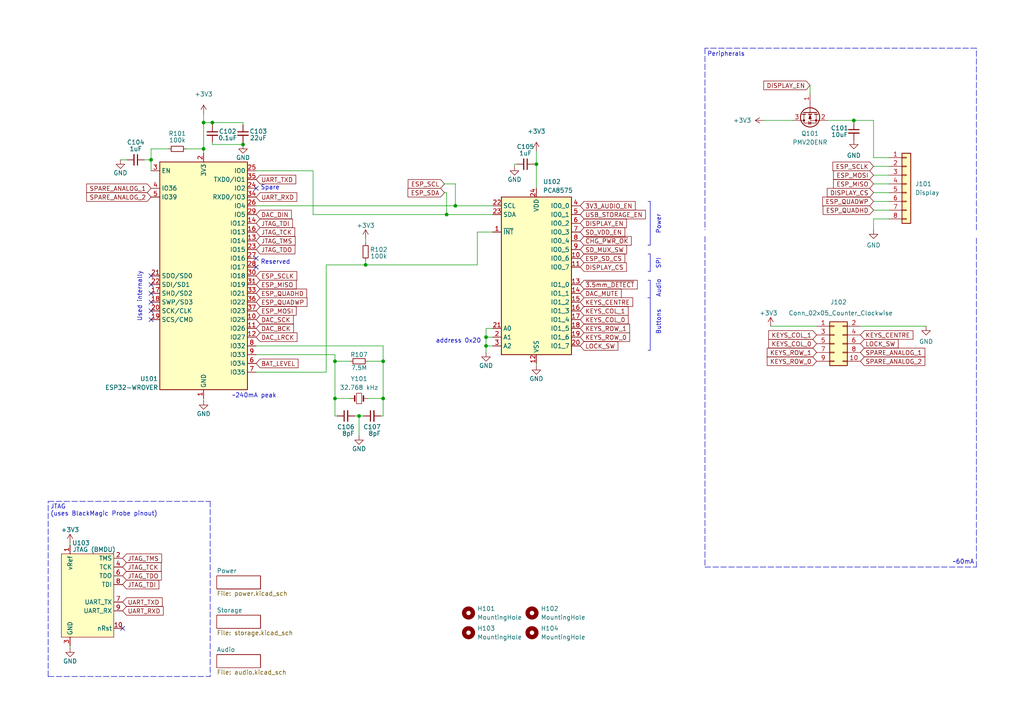
<source format=kicad_sch>
(kicad_sch (version 20211123) (generator eeschema)
  (paper "A4")
  (title_block (date "2022-09-04") (rev "1"))
  (lib_symbols
    (symbol "Connector_Generic:Conn_01x08" (pin_names (offset 1.016) hide)
      (property "Reference" "J" (at 0 10.16 0))
      (property "Value" "Conn_01x08" (at 0 -12.7 0))
      (symbol "Conn_01x08_1_1"
        (rectangle (start -1.27 -10.033) (end 0 -10.287) (stroke (width 0.1524)))
        (rectangle (start -1.27 -7.493) (end 0 -7.747) (stroke (width 0.1524)))
        (rectangle (start -1.27 -4.953) (end 0 -5.207) (stroke (width 0.1524)))
        (rectangle (start -1.27 -2.413) (end 0 -2.667) (stroke (width 0.1524)))
        (rectangle (start -1.27 0.127) (end 0 -0.127) (stroke (width 0.1524)))
        (rectangle (start -1.27 2.667) (end 0 2.413) (stroke (width 0.1524)))
        (rectangle (start -1.27 5.207) (end 0 4.953) (stroke (width 0.1524)))
        (rectangle (start -1.27 7.747) (end 0 7.493) (stroke (width 0.1524)))
        (rectangle (start -1.27 8.89) (end 1.27 -11.43) (stroke (width 0.254)) (fill (type background)))
        (pin passive line (at -5.08 7.62 0) (length 3.81) (name "Pin_1") (number "1"))
        (pin passive line (at -5.08 5.08 0) (length 3.81) (name "Pin_2") (number "2"))
        (pin passive line (at -5.08 2.54 0) (length 3.81) (name "Pin_3") (number "3"))
        (pin passive line (at -5.08 0 0) (length 3.81) (name "Pin_4") (number "4"))
        (pin passive line (at -5.08 -2.54 0) (length 3.81) (name "Pin_5") (number "5"))
        (pin passive line (at -5.08 -5.08 0) (length 3.81) (name "Pin_6") (number "6"))
        (pin passive line (at -5.08 -7.62 0) (length 3.81) (name "Pin_7") (number "7"))
        (pin passive line (at -5.08 -10.16 0) (length 3.81) (name "Pin_8") (number "8"))
      )
    )
    (symbol "Connector_Generic:Conn_02x05_Odd_Even" (pin_names (offset 1.016) hide)
      (property "Reference" "J" (at 1.27 7.62 0))
      (property "Value" "Conn_02x05_Odd_Even" (at 1.27 -7.62 0))
      (symbol "Conn_02x05_Odd_Even_1_1"
        (rectangle (start -1.27 -4.953) (end 0 -5.207) (stroke (width 0.1524)))
        (rectangle (start -1.27 -2.413) (end 0 -2.667) (stroke (width 0.1524)))
        (rectangle (start -1.27 0.127) (end 0 -0.127) (stroke (width 0.1524)))
        (rectangle (start -1.27 2.667) (end 0 2.413) (stroke (width 0.1524)))
        (rectangle (start -1.27 5.207) (end 0 4.953) (stroke (width 0.1524)))
        (rectangle (start -1.27 6.35) (end 3.81 -6.35) (stroke (width 0.254)) (fill (type background)))
        (rectangle (start 3.81 -4.953) (end 2.54 -5.207) (stroke (width 0.1524)))
        (rectangle (start 3.81 -2.413) (end 2.54 -2.667) (stroke (width 0.1524)))
        (rectangle (start 3.81 0.127) (end 2.54 -0.127) (stroke (width 0.1524)))
        (rectangle (start 3.81 2.667) (end 2.54 2.413) (stroke (width 0.1524)))
        (rectangle (start 3.81 5.207) (end 2.54 4.953) (stroke (width 0.1524)))
        (pin passive line (at -5.08 5.08 0) (length 3.81) (name "Pin_1") (number "1"))
        (pin passive line (at 7.62 -5.08 180) (length 3.81) (name "Pin_10") (number "10"))
        (pin passive line (at 7.62 5.08 180) (length 3.81) (name "Pin_2") (number "2"))
        (pin passive line (at -5.08 2.54 0) (length 3.81) (name "Pin_3") (number "3"))
        (pin passive line (at 7.62 2.54 180) (length 3.81) (name "Pin_4") (number "4"))
        (pin passive line (at -5.08 0 0) (length 3.81) (name "Pin_5") (number "5"))
        (pin passive line (at 7.62 0 180) (length 3.81) (name "Pin_6") (number "6"))
        (pin passive line (at -5.08 -2.54 0) (length 3.81) (name "Pin_7") (number "7"))
        (pin passive line (at 7.62 -2.54 180) (length 3.81) (name "Pin_8") (number "8"))
        (pin passive line (at -5.08 -5.08 0) (length 3.81) (name "Pin_9") (number "9"))
      )
    )
    (symbol "Device:C_Small" (pin_numbers hide) (pin_names (offset 0.254) hide)
      (property "Reference" "C" (at 0.254 1.778 0))
      (property "Value" "C_Small" (at 0.254 -2.032 0))
      (symbol "C_Small_0_1"
        (polyline (pts (xy -1.524 -0.508) (xy 1.524 -0.508)) (stroke (width 0.3302)))
        (polyline (pts (xy -1.524 0.508) (xy 1.524 0.508)) (stroke (width 0.3048)))
      )
      (symbol "C_Small_1_1"
        (pin passive line (at 0 2.54 270) (length 2.032) (name "~") (number "1"))
        (pin passive line (at 0 -2.54 90) (length 2.032) (name "~") (number "2"))
      )
    )
    (symbol "Device:Crystal_Small" (pin_numbers hide) (pin_names (offset 1.016) hide)
      (property "Reference" "Y" (at 0 2.54 0))
      (property "Value" "Crystal_Small" (at 0 -2.54 0))
      (symbol "Crystal_Small_0_1"
        (rectangle (start -0.762 -1.524) (end 0.762 1.524))
        (polyline (pts (xy -1.27 -0.762) (xy -1.27 0.762)) (stroke (width 0.381)))
        (polyline (pts (xy 1.27 -0.762) (xy 1.27 0.762)) (stroke (width 0.381)))
      )
      (symbol "Crystal_Small_1_1"
        (pin passive line (at -2.54 0 0) (length 1.27) (name "1") (number "1"))
        (pin passive line (at 2.54 0 180) (length 1.27) (name "2") (number "2"))
      )
    )
    (symbol "Device:R_Small" (pin_numbers hide) (pin_names (offset 0.254) hide)
      (property "Reference" "R" (at 0.762 0.508 0))
      (property "Value" "R_Small" (at 0.762 -1.016 0))
      (symbol "R_Small_0_1"
        (rectangle (start -0.762 1.778) (end 0.762 -1.778) (stroke (width 0.2032)))
      )
      (symbol "R_Small_1_1"
        (pin passive line (at 0 2.54 270) (length 0.762) (name "~") (number "1"))
        (pin passive line (at 0 -2.54 90) (length 0.762) (name "~") (number "2"))
      )
    )
    (symbol "Interface_Expansion:PCA9555D"
      (property "Reference" "U" (at -8.89 24.13 0))
      (property "Value" "PCA9555D" (at 6.35 24.13 0))
      (symbol "PCA9555D_0_1"
        (rectangle (start -10.16 22.86) (end 10.16 -22.86) (stroke (width 0.254)) (fill (type background)))
      )
      (symbol "PCA9555D_1_1"
        (pin open_collector line (at -12.7 12.7 0) (length 2.54) (name "~{INT}") (number "1"))
        (pin bidirectional line (at 12.7 5.08 180) (length 2.54) (name "IO0_6") (number "10"))
        (pin bidirectional line (at 12.7 2.54 180) (length 2.54) (name "IO0_7") (number "11"))
        (pin power_in line (at 0 -25.4 90) (length 2.54) (name "VSS") (number "12"))
        (pin bidirectional line (at 12.7 -2.54 180) (length 2.54) (name "IO1_0") (number "13"))
        (pin bidirectional line (at 12.7 -5.08 180) (length 2.54) (name "IO1_1") (number "14"))
        (pin bidirectional line (at 12.7 -7.62 180) (length 2.54) (name "IO1_2") (number "15"))
        (pin bidirectional line (at 12.7 -10.16 180) (length 2.54) (name "IO1_3") (number "16"))
        (pin bidirectional line (at 12.7 -12.7 180) (length 2.54) (name "IO1_4") (number "17"))
        (pin bidirectional line (at 12.7 -15.24 180) (length 2.54) (name "IO1_5") (number "18"))
        (pin bidirectional line (at 12.7 -17.78 180) (length 2.54) (name "IO1_6") (number "19"))
        (pin input line (at -12.7 -17.78 0) (length 2.54) (name "A1") (number "2"))
        (pin bidirectional line (at 12.7 -20.32 180) (length 2.54) (name "IO1_7") (number "20"))
        (pin input line (at -12.7 -15.24 0) (length 2.54) (name "A0") (number "21"))
        (pin input line (at -12.7 20.32 0) (length 2.54) (name "SCL") (number "22"))
        (pin bidirectional line (at -12.7 17.78 0) (length 2.54) (name "SDA") (number "23"))
        (pin power_in line (at 0 25.4 270) (length 2.54) (name "VDD") (number "24"))
        (pin input line (at -12.7 -20.32 0) (length 2.54) (name "A2") (number "3"))
        (pin bidirectional line (at 12.7 20.32 180) (length 2.54) (name "IO0_0") (number "4"))
        (pin bidirectional line (at 12.7 17.78 180) (length 2.54) (name "IO0_1") (number "5"))
        (pin bidirectional line (at 12.7 15.24 180) (length 2.54) (name "IO0_2") (number "6"))
        (pin bidirectional line (at 12.7 12.7 180) (length 2.54) (name "IO0_3") (number "7"))
        (pin bidirectional line (at 12.7 10.16 180) (length 2.54) (name "IO0_4") (number "8"))
        (pin bidirectional line (at 12.7 7.62 180) (length 2.54) (name "IO0_5") (number "9"))
      )
    )
    (symbol "Mechanical:MountingHole" (pin_names (offset 1.016))
      (property "Reference" "H" (at 0 5.08 0))
      (property "Value" "MountingHole" (at 0 3.175 0))
      (symbol "MountingHole_0_1"
        (circle (center 0 0) (radius 1.27) (stroke (width 1.27)))
      )
    )
    (symbol "RF_Module:ESP32-WROOM-32U"
      (property "Reference" "U101" (at -18.415 -29.845 0))
      (property "Value" "ESP32-WROOM-32UE" (at -34.29 -32.385 0))
      (symbol "ESP32-WROOM-32U_0_1"
        (rectangle (start -12.7 33.02) (end 12.7 -33.02) (stroke (width 0.254)) (fill (type background)))
      )
      (symbol "ESP32-WROOM-32U_1_1"
        (pin power_in line (at 0 -35.56 90) (length 2.54) (name "GND") (number "1"))
        (pin bidirectional line (at 15.24 -12.7 180) (length 2.54) (name "IO25") (number "10"))
        (pin bidirectional line (at 15.24 -15.24 180) (length 2.54) (name "IO26") (number "11"))
        (pin bidirectional line (at 15.24 -17.78 180) (length 2.54) (name "IO27") (number "12"))
        (pin bidirectional line (at 15.24 10.16 180) (length 2.54) (name "IO14") (number "13"))
        (pin bidirectional line (at 15.24 15.24 180) (length 2.54) (name "IO12") (number "14"))
        (pin passive line (at 0 -35.56 90) (length 2.54) hide (name "GND") (number "15"))
        (pin bidirectional line (at 15.24 12.7 180) (length 2.54) (name "IO13") (number "16"))
        (pin bidirectional line (at -15.24 -5.08 0) (length 2.54) (name "SHD/SD2") (number "17"))
        (pin bidirectional line (at -15.24 -7.62 0) (length 2.54) (name "SWP/SD3") (number "18"))
        (pin bidirectional line (at -15.24 -12.7 0) (length 2.54) (name "SCS/CMD") (number "19"))
        (pin power_in line (at 0 35.56 270) (length 2.54) (name "3V3") (number "2"))
        (pin bidirectional line (at -15.24 -10.16 0) (length 2.54) (name "SCK/CLK") (number "20"))
        (pin bidirectional line (at -15.24 0 0) (length 2.54) (name "SDO/SD0") (number "21"))
        (pin bidirectional line (at -15.24 -2.54 0) (length 2.54) (name "SDI/SD1") (number "22"))
        (pin bidirectional line (at 15.24 7.62 180) (length 2.54) (name "IO15") (number "23"))
        (pin bidirectional line (at 15.24 25.4 180) (length 2.54) (name "IO2") (number "24"))
        (pin bidirectional line (at 15.24 30.48 180) (length 2.54) (name "IO0") (number "25"))
        (pin bidirectional line (at 15.24 20.32 180) (length 2.54) (name "IO4") (number "26"))
        (pin bidirectional line (at 15.24 5.08 180) (length 2.54) (name "IO16") (number "27"))
        (pin bidirectional line (at 15.24 2.54 180) (length 2.54) (name "IO17") (number "28"))
        (pin bidirectional line (at 15.24 17.78 180) (length 2.54) (name "IO5") (number "29"))
        (pin input line (at -15.24 30.48 0) (length 2.54) (name "EN") (number "3"))
        (pin bidirectional line (at 15.24 0 180) (length 2.54) (name "IO18") (number "30"))
        (pin bidirectional line (at 15.24 -2.54 180) (length 2.54) (name "IO19") (number "31"))
        (pin no_connect line (at -12.7 -27.94 0) (length 2.54) hide (name "NC") (number "32"))
        (pin bidirectional line (at 15.24 -5.08 180) (length 2.54) (name "IO21") (number "33"))
        (pin bidirectional line (at 15.24 22.86 180) (length 2.54) (name "RXD0/IO3") (number "34"))
        (pin bidirectional line (at 15.24 27.94 180) (length 2.54) (name "TXD0/IO1") (number "35"))
        (pin bidirectional line (at 15.24 -7.62 180) (length 2.54) (name "IO22") (number "36"))
        (pin bidirectional line (at 15.24 -10.16 180) (length 2.54) (name "IO23") (number "37"))
        (pin passive line (at 0 -35.56 90) (length 2.54) hide (name "GND") (number "38"))
        (pin passive line (at 0 -35.56 90) (length 2.54) hide (name "GND") (number "39"))
        (pin input line (at -15.24 25.4 0) (length 2.54) (name "IO36") (number "4"))
        (pin input line (at -15.24 22.86 0) (length 2.54) (name "IO39") (number "5"))
        (pin input line (at 15.24 -25.4 180) (length 2.54) (name "IO34") (number "6"))
        (pin input line (at 15.24 -27.94 180) (length 2.54) (name "IO35") (number "7"))
        (pin bidirectional line (at 15.24 -20.32 180) (length 2.54) (name "IO32") (number "8"))
        (pin bidirectional line (at 15.24 -22.86 180) (length 2.54) (name "IO33") (number "9"))
      )
    )
    (symbol "Transistor_FET:2N7002" (pin_names hide)
      (property "Reference" "Q" (at 5.08 1.905 0))
      (property "Value" "2N7002" (at 5.08 0 0))
      (symbol "2N7002_0_1"
        (polyline (pts (xy 0.254 0) (xy -2.54 0)))
        (polyline (pts (xy 0.254 1.905) (xy 0.254 -1.905)) (stroke (width 0.254)))
        (polyline (pts (xy 0.762 -1.27) (xy 0.762 -2.286)) (stroke (width 0.254)))
        (polyline (pts (xy 0.762 0.508) (xy 0.762 -0.508)) (stroke (width 0.254)))
        (polyline (pts (xy 0.762 2.286) (xy 0.762 1.27)) (stroke (width 0.254)))
        (polyline (pts (xy 2.54 2.54) (xy 2.54 1.778)))
        (polyline (pts (xy 2.54 -2.54) (xy 2.54 0) (xy 0.762 0)))
        (polyline (pts (xy 0.762 -1.778) (xy 3.302 -1.778) (xy 3.302 1.778) (xy 0.762 1.778)))
        (polyline (pts (xy 1.016 0) (xy 2.032 0.381) (xy 2.032 -0.381) (xy 1.016 0)) (fill (type outline)))
        (polyline (pts (xy 2.794 0.508) (xy 2.921 0.381) (xy 3.683 0.381) (xy 3.81 0.254)))
        (polyline (pts (xy 3.302 0.381) (xy 2.921 -0.254) (xy 3.683 -0.254) (xy 3.302 0.381)))
        (circle (center 1.651 0) (radius 2.794) (stroke (width 0.254)))
        (circle (center 2.54 -1.778) (radius 0.254) (fill (type outline)))
        (circle (center 2.54 1.778) (radius 0.254) (fill (type outline)))
      )
      (symbol "2N7002_1_1"
        (pin input line (at -5.08 0 0) (length 2.54) (name "G") (number "1"))
        (pin passive line (at 2.54 -5.08 90) (length 2.54) (name "S") (number "2"))
        (pin passive line (at 2.54 5.08 270) (length 2.54) (name "D") (number "3"))
      )
    )
    (symbol "power:+3V3" (power) (pin_names (offset 0))
      (property "Value" "+3V3" (at 0 3.556 0))
      (symbol "+3V3_0_1"
        (polyline (pts (xy -0.762 1.27) (xy 0 2.54)))
        (polyline (pts (xy 0 0) (xy 0 2.54)))
        (polyline (pts (xy 0 2.54) (xy 0.762 1.27)))
      )
      (symbol "+3V3_1_1"
        (pin power_in line (at 0 0 90) (length 0) hide (name "+3V3") (number "1"))
      )
    )
    (symbol "power:GND" (power) (pin_names (offset 0))
      (property "Value" "GND" (at 0 -3.81 0))
      (symbol "GND_0_1"
        (polyline (pts (xy 0 0) (xy 0 -1.27) (xy 1.27 -1.27) (xy 0 -2.54) (xy -1.27 -1.27) (xy 0 -1.27)))
      )
      (symbol "GND_1_1"
        (pin power_in line (at 0 0 270) (length 0) hide (name "GND") (number "1"))
      )
    )
    (symbol "symbols:BMDU"
      (property "Reference" "U" (at -5.08 6.35 0))
      (property "Value" "BMDU" (at -5.08 6.35 0))
      (symbol "BMDU_0_0"
        (pin unspecified line (at -5.08 20.32 270) (length 2.54) (name "vRef") (number "1"))
        (pin unspecified line (at 10.16 -3.81 180) (length 2.54) (name "nRst") (number "10"))
        (pin unspecified line (at 10.16 16.51 180) (length 2.54) (name "TMS") (number "2"))
        (pin unspecified line (at -5.08 -8.89 90) (length 2.54) (name "GND") (number "3"))
        (pin unspecified line (at 10.16 13.97 180) (length 2.54) (name "TCK") (number "4"))
        (pin unspecified line (at -5.08 -8.89 90) (length 2.54) hide (name "GND") (number "5"))
        (pin unspecified line (at 10.16 11.43 180) (length 2.54) (name "TDO") (number "6"))
        (pin unspecified line (at 10.16 3.81 180) (length 2.54) (name "UART_TX") (number "7"))
        (pin unspecified line (at 10.16 8.89 180) (length 2.54) (name "TDI") (number "8"))
        (pin unspecified line (at 10.16 1.27 180) (length 2.54) (name "UART_RX") (number "9"))
      )
      (symbol "BMDU_0_1"
        (rectangle (start -7.62 17.78) (end 7.62 -6.35) (fill (type background)))
      )
    )
  )
  (junction (at 97.155 104.775))
  (junction (at 106.045 76.835))
  (junction (at 132.08 59.69))
  (junction (at 140.97 100.33))
  (junction (at 104.14 120.65))
  (junction (at 70.485 41.91))
  (junction (at 129.54 62.23))
  (junction (at 43.815 46.355))
  (junction (at 140.97 97.79))
  (junction (at 61.595 35.56))
  (junction (at 111.125 104.775))
  (junction (at 59.055 35.56))
  (junction (at 111.125 115.57))
  (junction (at 97.155 115.57))
  (junction (at 155.575 47.625))
  (junction (at 59.055 43.18))
  (junction (at 247.65 34.925))
  (no_connect (at 43.815 80.01))
  (no_connect (at 43.815 82.55))
  (no_connect (at 43.815 85.09))
  (no_connect (at 43.815 87.63))
  (no_connect (at 43.815 90.17))
  (no_connect (at 43.815 92.71))
  (no_connect (at 74.295 54.61))
  (no_connect (at 74.295 74.93))
  (no_connect (at 74.295 77.47))
  (no_connect (at 35.56 182.245))
  (wire (pts (xy 142.875 97.79) (xy 140.97 97.79)))
  (wire (pts (xy 97.155 115.57) (xy 101.6 115.57)))
  (wire (pts (xy 149.86 47.625) (xy 149.225 47.625)))
  (wire (pts (xy 111.125 104.775) (xy 111.125 115.57)))
  (wire (pts (xy 138.43 76.835) (xy 106.045 76.835)))
  (wire (pts (xy 249.555 94.615) (xy 268.605 94.615)))
  (wire (pts (xy 140.97 95.25) (xy 140.97 97.79)))
  (wire (pts (xy 253.365 48.26) (xy 257.81 48.26)))
  (polyline (pts (xy 187.96 71.12) (xy 188.595 71.12)) (stroke (width 0) (type solid)))
  (wire (pts (xy 97.155 115.57) (xy 97.155 120.65)))
  (polyline (pts (xy 204.47 68.58) (xy 204.47 164.465)))
  (polyline (pts (xy 187.96 81.28) (xy 188.595 81.28)) (stroke (width 0) (type solid)))
  (wire (pts (xy 253.365 63.5) (xy 253.365 66.675)))
  (polyline (pts (xy 283.21 66.675) (xy 283.21 13.97)))
  (wire (pts (xy 74.295 100.33) (xy 111.125 100.33)))
  (wire (pts (xy 61.595 41.275) (xy 61.595 41.91)))
  (polyline (pts (xy 188.595 73.66) (xy 188.595 78.74)) (stroke (width 0) (type solid)))
  (wire (pts (xy 74.295 102.87) (xy 97.155 102.87)))
  (wire (pts (xy 59.055 35.56) (xy 59.055 43.18)))
  (wire (pts (xy 53.975 43.18) (xy 59.055 43.18)))
  (wire (pts (xy 128.905 53.34) (xy 132.08 53.34)))
  (polyline (pts (xy 188.595 58.42) (xy 188.595 71.12)) (stroke (width 0) (type solid)))
  (wire (pts (xy 253.365 58.42) (xy 257.81 58.42)))
  (wire (pts (xy 253.365 34.925) (xy 253.365 45.72)))
  (wire (pts (xy 104.14 120.65) (xy 104.14 126.365)))
  (wire (pts (xy 41.91 46.355) (xy 43.815 46.355)))
  (wire (pts (xy 59.055 116.205) (xy 59.055 115.57)))
  (polyline (pts (xy 204.47 164.465) (xy 283.21 164.465)))
  (wire (pts (xy 43.815 43.18) (xy 43.815 46.355)))
  (wire (pts (xy 61.595 35.56) (xy 70.485 35.56)))
  (wire (pts (xy 234.95 24.765) (xy 234.95 27.305)))
  (wire (pts (xy 20.32 157.48) (xy 20.32 158.115)))
  (wire (pts (xy 155.575 106.045) (xy 155.575 105.41)))
  (polyline (pts (xy 283.21 164.465) (xy 283.21 68.58)))
  (polyline (pts (xy 13.97 196.215) (xy 13.97 145.415)))
  (wire (pts (xy 111.125 100.33) (xy 111.125 104.775)))
  (wire (pts (xy 155.575 43.815) (xy 155.575 47.625)))
  (wire (pts (xy 70.485 36.195) (xy 70.485 35.56)))
  (wire (pts (xy 102.87 120.65) (xy 104.14 120.65)))
  (wire (pts (xy 138.43 67.31) (xy 142.875 67.31)))
  (wire (pts (xy 97.155 104.775) (xy 101.6 104.775)))
  (wire (pts (xy 97.155 104.775) (xy 97.155 115.57)))
  (wire (pts (xy 132.08 59.69) (xy 142.875 59.69)))
  (wire (pts (xy 111.125 115.57) (xy 111.125 120.65)))
  (wire (pts (xy 90.805 49.53) (xy 90.805 62.23)))
  (polyline (pts (xy 283.21 13.97) (xy 204.47 13.97)))
  (wire (pts (xy 138.43 67.31) (xy 138.43 76.835)))
  (wire (pts (xy 257.81 63.5) (xy 253.365 63.5)))
  (wire (pts (xy 34.925 46.355) (xy 36.83 46.355)))
  (wire (pts (xy 74.295 59.69) (xy 132.08 59.69)))
  (polyline (pts (xy 187.96 86.36) (xy 188.595 86.36)) (stroke (width 0) (type solid)))
  (polyline (pts (xy 188.595 86.36) (xy 188.595 101.6)) (stroke (width 0) (type solid)))
  (wire (pts (xy 59.055 33.02) (xy 59.055 35.56)))
  (wire (pts (xy 97.155 102.87) (xy 97.155 104.775)))
  (wire (pts (xy 59.055 35.56) (xy 61.595 35.56)))
  (wire (pts (xy 61.595 41.91) (xy 70.485 41.91)))
  (wire (pts (xy 221.615 34.925) (xy 229.87 34.925)))
  (polyline (pts (xy 187.96 86.36) (xy 188.595 86.36)) (stroke (width 0) (type solid)))
  (wire (pts (xy 140.97 97.79) (xy 140.97 100.33)))
  (wire (pts (xy 253.365 60.96) (xy 257.81 60.96)))
  (wire (pts (xy 59.055 43.18) (xy 59.055 44.45)))
  (wire (pts (xy 129.54 55.88) (xy 129.54 62.23)))
  (polyline (pts (xy 187.96 101.6) (xy 188.595 101.6)) (stroke (width 0) (type solid)))
  (wire (pts (xy 223.52 94.615) (xy 236.855 94.615)))
  (wire (pts (xy 74.295 107.95) (xy 94.615 107.95)))
  (polyline (pts (xy 187.96 73.66) (xy 188.595 73.66)))
  (wire (pts (xy 253.365 53.34) (xy 257.81 53.34)))
  (polyline (pts (xy 187.96 71.12) (xy 188.595 71.12)) (stroke (width 0) (type solid)))
  (wire (pts (xy 253.365 50.8) (xy 257.81 50.8)))
  (wire (pts (xy 43.815 46.355) (xy 43.815 49.53)))
  (wire (pts (xy 106.045 70.485) (xy 106.045 69.215)))
  (wire (pts (xy 48.895 43.18) (xy 43.815 43.18)))
  (polyline (pts (xy 204.47 13.97) (xy 204.47 66.675)))
  (wire (pts (xy 253.365 55.88) (xy 257.81 55.88)))
  (wire (pts (xy 247.65 35.56) (xy 247.65 34.925)))
  (wire (pts (xy 149.225 47.625) (xy 149.225 48.26)))
  (wire (pts (xy 106.68 104.775) (xy 111.125 104.775)))
  (polyline (pts (xy 13.97 145.415) (xy 60.96 145.415)))
  (wire (pts (xy 154.94 47.625) (xy 155.575 47.625)))
  (wire (pts (xy 142.875 100.33) (xy 140.97 100.33)))
  (wire (pts (xy 155.575 47.625) (xy 155.575 54.61)))
  (wire (pts (xy 110.49 120.65) (xy 111.125 120.65)))
  (wire (pts (xy 104.14 120.65) (xy 105.41 120.65)))
  (wire (pts (xy 132.08 53.34) (xy 132.08 59.69)))
  (wire (pts (xy 129.54 62.23) (xy 142.875 62.23)))
  (wire (pts (xy 247.65 34.925) (xy 253.365 34.925)))
  (polyline (pts (xy 187.96 78.74) (xy 188.595 78.74)))
  (wire (pts (xy 240.03 34.925) (xy 247.65 34.925)))
  (wire (pts (xy 253.365 45.72) (xy 257.81 45.72)))
  (polyline (pts (xy 187.96 86.36) (xy 188.595 86.36)))
  (wire (pts (xy 61.595 35.56) (xy 61.595 36.195)))
  (wire (pts (xy 128.905 55.88) (xy 129.54 55.88)))
  (wire (pts (xy 70.485 41.91) (xy 70.485 41.275)))
  (wire (pts (xy 94.615 76.835) (xy 94.615 107.95)))
  (wire (pts (xy 140.97 100.33) (xy 140.97 102.235)))
  (wire (pts (xy 97.79 120.65) (xy 97.155 120.65)))
  (polyline (pts (xy 13.97 196.215) (xy 60.96 196.215)))
  (wire (pts (xy 90.805 62.23) (xy 129.54 62.23)))
  (wire (pts (xy 20.32 187.325) (xy 20.32 187.96)))
  (wire (pts (xy 106.045 75.565) (xy 106.045 76.835)))
  (polyline (pts (xy 188.595 81.28) (xy 188.595 86.36)) (stroke (width 0) (type solid)))
  (polyline (pts (xy 60.96 145.415) (xy 60.96 196.215)))
  (wire (pts (xy 106.045 76.835) (xy 94.615 76.835)))
  (wire (pts (xy 74.295 49.53) (xy 90.805 49.53)))
  (wire (pts (xy 106.68 115.57) (xy 111.125 115.57)))
  (polyline (pts (xy 187.96 58.42) (xy 188.595 58.42)) (stroke (width 0) (type solid)))
  (wire (pts (xy 142.875 95.25) (xy 140.97 95.25)))
  (text "Spare" (at 75.565 55.245 0) (effects (font (size 1.27 1.27)) (justify left bottom)))
  (text "Audio" (at 191.77 86.36 90) (effects (font (size 1.27 1.27)) (justify left bottom)))
  (text "Buttons" (at 191.77 97.155 90) (effects (font (size 1.27 1.27)) (justify left bottom)))
  (text "~240mA peak" (at 67.31 115.57 0) (effects (font (size 1.27 1.27)) (justify left bottom)))
  (text "Power" (at 191.77 67.945 90) (effects (font (size 1.27 1.27)) (justify left bottom)))
  (text "Used internally" (at 41.275 93.345 90) (effects (font (size 1.27 1.27)) (justify left bottom)))
  (text "address 0x20" (at 126.365 99.695 0) (effects (font (size 1.27 1.27)) (justify left bottom)))
  (text "JTAG\n(uses BlackMagic Probe pinout)" (at 14.605 149.86 0) (effects (font (size 1.27 1.27)) (justify left bottom)))
  (text "~60mA" (at 282.575 163.83 180) (effects (font (size 1.27 1.27)) (justify right bottom)))
  (text "SPI" (at 191.77 78.105 90) (effects (font (size 1.27 1.27)) (justify left bottom)))
  (text "Peripherals" (at 205.105 16.51 0) (effects (font (size 1.27 1.27)) (justify left bottom)))
  (text "Reserved" (at 75.565 76.835 0) (effects (font (size 1.27 1.27)) (justify left bottom)))
  (global_label "DISPLAY_CS" (shape input) (at 168.275 77.47 0) (property "Intersheet References" "${INTERSHEET_REFS}" (effects hide)))
  (global_label "UART_TXD" (shape input) (at 74.295 52.07 0) (property "Intersheet References" "${INTERSHEET_REFS}" (effects hide)))
  (global_label "KEYS_COL_0" (shape input) (at 236.855 99.695 180) (property "Intersheet References" "${INTERSHEET_REFS}" (effects hide)))
  (global_label "JTAG_TDI" (shape input) (at 35.56 169.545 0) (property "Intersheet References" "${INTERSHEET_REFS}" (effects hide)))
  (global_label "KEYS_COL_1" (shape input) (at 168.275 90.17 0) (property "Intersheet References" "${INTERSHEET_REFS}" (effects hide)))
  (global_label "JTAG_TCK" (shape input) (at 35.56 164.465 0) (property "Intersheet References" "${INTERSHEET_REFS}" (effects hide)))
  (global_label "JTAG_TDO" (shape input) (at 35.56 167.005 0) (property "Intersheet References" "${INTERSHEET_REFS}" (effects hide)))
  (global_label "KEYS_CENTRE" (shape input) (at 249.555 97.155 0) (property "Intersheet References" "${INTERSHEET_REFS}" (effects hide)))
  (global_label "KEYS_ROW_1" (shape input) (at 236.855 102.235 180) (property "Intersheet References" "${INTERSHEET_REFS}" (effects hide)))
  (global_label "DAC_LRCK" (shape input) (at 74.295 97.79 0) (property "Intersheet References" "${INTERSHEET_REFS}" (effects hide)))
  (global_label "BAT_LEVEL" (shape input) (at 74.295 105.41 0) (property "Intersheet References" "${INTERSHEET_REFS}" (effects hide)))
  (global_label "UART_RXD" (shape input) (at 74.295 57.15 0) (property "Intersheet References" "${INTERSHEET_REFS}" (effects hide)))
  (global_label "KEYS_COL_1" (shape input) (at 236.855 97.155 180) (property "Intersheet References" "${INTERSHEET_REFS}" (effects hide)))
  (global_label "~{CHG_PWR_OK}" (shape input) (at 168.275 69.85 0) (property "Intersheet References" "${INTERSHEET_REFS}" (effects hide)))
  (global_label "ESP_MOSI" (shape input) (at 74.295 90.17 0) (property "Intersheet References" "${INTERSHEET_REFS}" (effects hide)))
  (global_label "DAC_BCK" (shape input) (at 74.295 95.25 0) (property "Intersheet References" "${INTERSHEET_REFS}" (effects hide)))
  (global_label "DISPLAY_EN" (shape input) (at 168.275 64.77 0) (property "Intersheet References" "${INTERSHEET_REFS}" (effects hide)))
  (global_label "LOCK_SW" (shape input) (at 168.275 100.33 0) (property "Intersheet References" "${INTERSHEET_REFS}" (effects hide)))
  (global_label "SPARE_ANALOG_1" (shape input) (at 43.815 54.61 180) (property "Intersheet References" "${INTERSHEET_REFS}" (effects hide)))
  (global_label "KEYS_CENTRE" (shape input) (at 168.275 87.63 0) (property "Intersheet References" "${INTERSHEET_REFS}" (effects hide)))
  (global_label "KEYS_ROW_0" (shape input) (at 236.855 104.775 180) (property "Intersheet References" "${INTERSHEET_REFS}" (effects hide)))
  (global_label "SD_VDD_EN" (shape input) (at 168.275 67.31 0) (property "Intersheet References" "${INTERSHEET_REFS}" (effects hide)))
  (global_label "ESP_QUADHD" (shape input) (at 74.295 85.09 0) (property "Intersheet References" "${INTERSHEET_REFS}" (effects hide)))
  (global_label "ESP_QUADHD" (shape input) (at 253.365 60.96 180) (property "Intersheet References" "${INTERSHEET_REFS}" (effects hide)))
  (global_label "3V3_AUDIO_EN" (shape input) (at 168.275 59.69 0) (property "Intersheet References" "${INTERSHEET_REFS}" (effects hide)))
  (global_label "JTAG_TCK" (shape input) (at 74.295 67.31 0) (property "Intersheet References" "${INTERSHEET_REFS}" (effects hide)))
  (global_label "DAC_MUTE" (shape input) (at 168.275 85.09 0) (property "Intersheet References" "${INTERSHEET_REFS}" (effects hide)))
  (global_label "JTAG_TDO" (shape input) (at 74.295 72.39 0) (property "Intersheet References" "${INTERSHEET_REFS}" (effects hide)))
  (global_label "SPARE_ANALOG_1" (shape input) (at 249.555 102.235 0) (property "Intersheet References" "${INTERSHEET_REFS}" (effects hide)))
  (global_label "USB_STORAGE_EN" (shape input) (at 168.275 62.23 0) (property "Intersheet References" "${INTERSHEET_REFS}" (effects hide)))
  (global_label "DISPLAY_EN" (shape input) (at 234.95 24.765 180) (property "Intersheet References" "${INTERSHEET_REFS}" (effects hide)))
  (global_label "ESP_QUADWP" (shape input) (at 253.365 58.42 180) (property "Intersheet References" "${INTERSHEET_REFS}" (effects hide)))
  (global_label "KEYS_ROW_1" (shape input) (at 168.275 95.25 0) (property "Intersheet References" "${INTERSHEET_REFS}" (effects hide)))
  (global_label "ESP_MISO" (shape input) (at 74.295 82.55 0) (property "Intersheet References" "${INTERSHEET_REFS}" (effects hide)))
  (global_label "~{3.5mm_DETECT}" (shape input) (at 168.275 82.55 0) (property "Intersheet References" "${INTERSHEET_REFS}" (effects hide)))
  (global_label "ESP_MOSI" (shape input) (at 253.365 50.8 180) (property "Intersheet References" "${INTERSHEET_REFS}" (effects hide)))
  (global_label "DAC_SCK" (shape input) (at 74.295 92.71 0) (property "Intersheet References" "${INTERSHEET_REFS}" (effects hide)))
  (global_label "ESP_MISO" (shape input) (at 253.365 53.34 180) (property "Intersheet References" "${INTERSHEET_REFS}" (effects hide)))
  (global_label "UART_TXD" (shape input) (at 35.56 174.625 0) (property "Intersheet References" "${INTERSHEET_REFS}" (effects hide)))
  (global_label "LOCK_SW" (shape input) (at 249.555 99.695 0) (property "Intersheet References" "${INTERSHEET_REFS}" (effects hide)))
  (global_label "SPARE_ANALOG_2" (shape input) (at 249.555 104.775 0) (property "Intersheet References" "${INTERSHEET_REFS}" (effects hide)))
  (global_label "JTAG_TDI" (shape input) (at 74.295 64.77 0) (property "Intersheet References" "${INTERSHEET_REFS}" (effects hide)))
  (global_label "ESP_SCLK" (shape input) (at 74.295 80.01 0) (property "Intersheet References" "${INTERSHEET_REFS}" (effects hide)))
  (global_label "SD_MUX_SW" (shape input) (at 168.275 72.39 0) (property "Intersheet References" "${INTERSHEET_REFS}" (effects hide)))
  (global_label "KEYS_ROW_0" (shape input) (at 168.275 97.79 0) (property "Intersheet References" "${INTERSHEET_REFS}" (effects hide)))
  (global_label "UART_RXD" (shape input) (at 35.56 177.165 0) (property "Intersheet References" "${INTERSHEET_REFS}" (effects hide)))
  (global_label "ESP_QUADWP" (shape input) (at 74.295 87.63 0) (property "Intersheet References" "${INTERSHEET_REFS}" (effects hide)))
  (global_label "ESP_SCLK" (shape input) (at 253.365 48.26 180) (property "Intersheet References" "${INTERSHEET_REFS}" (effects hide)))
  (global_label "KEYS_COL_0" (shape input) (at 168.275 92.71 0) (property "Intersheet References" "${INTERSHEET_REFS}" (effects hide)))
  (global_label "JTAG_TMS" (shape input) (at 74.295 69.85 0) (property "Intersheet References" "${INTERSHEET_REFS}" (effects hide)))
  (global_label "DISPLAY_CS" (shape input) (at 253.365 55.88 180) (property "Intersheet References" "${INTERSHEET_REFS}" (effects hide)))
  (global_label "SPARE_ANALOG_2" (shape input) (at 43.815 57.15 180) (property "Intersheet References" "${INTERSHEET_REFS}" (effects hide)))
  (global_label "ESP_SDA" (shape input) (at 128.905 55.88 180) (property "Intersheet References" "${INTERSHEET_REFS}" (effects hide)))
  (global_label "ESP_SD_CS" (shape input) (at 168.275 74.93 0) (property "Intersheet References" "${INTERSHEET_REFS}" (effects hide)))
  (global_label "ESP_SCL" (shape input) (at 128.905 53.34 180) (property "Intersheet References" "${INTERSHEET_REFS}" (effects hide)))
  (global_label "DAC_DIN" (shape input) (at 74.295 62.23 0) (property "Intersheet References" "${INTERSHEET_REFS}" (effects hide)))
  (global_label "JTAG_TMS" (shape input) (at 35.56 161.925 0) (property "Intersheet References" "${INTERSHEET_REFS}" (effects hide)))
  (symbol (lib_id "power:GND") (at 59.055 116.205 0) (unit 1)
    (property "Reference" "#PWR0115" (effects hide))
    (property "Value" "GND" (at 59.055 120.015 0))
  )
  (symbol (lib_id "power:+3V3") (at 20.32 157.48 0) (unit 1)
    (property "Reference" "#PWR0117" (effects hide))
    (property "Value" "+3V3" (at 20.32 153.67 0))
  )
  (symbol (lib_id "Device:C_Small") (at 152.4 47.625 270) (unit 1)
    (property "Reference" "C105" (at 152.4 42.545 90))
    (property "Value" "1uF" (at 152.4 44.45 90))
    (property "Footprint" "Capacitor_SMD:C_0805_2012Metric" (effects hide))
    (property "PN" "EMK212BJ105KG-T" (effects hide))
  )
  (symbol (lib_id "Mechanical:MountingHole") (at 135.89 183.515 0) (unit 1)
    (property "Reference" "H103" (at 138.43 182.2449 0) (effects (justify left)))
    (property "Value" "MountingHole" (at 138.43 184.7849 0) (effects (justify left)))
    (property "Footprint" "MountingHole:MountingHole_2.2mm_M2" (effects hide))
  )
  (symbol (lib_id "Connector_Generic:Conn_02x05_Odd_Even") (at 241.935 99.695 0) (unit 1)
    (property "Reference" "J102" (at 243.205 87.63 0))
    (property "Value" "Conn_02x05_Counter_Clockwise" (at 243.84 90.805 0))
    (property "Footprint" "Connector_PinHeader_1.27mm:PinHeader_2x05_P1.27mm_Vertical_SMD" (effects hide))
  )
  (symbol (lib_id "RF_Module:ESP32-WROOM-32U") (at 59.055 80.01 0) (unit 1)
    (property "Reference" "U101" (at 40.64 109.855 0) (effects (justify left)))
    (property "Value" "ESP32-WROVER" (at 30.48 112.395 0) (effects (justify left)))
    (property "Footprint" "footprints:ESP32-WROVER" (effects hide))
    (property "Datasheet" "https://www.espressif.com/sites/default/files/documentation/esp32-wroom-32d_esp32-wroom-32u_datasheet_en.pdf" (effects hide))
  )
  (symbol (lib_id "Device:C_Small") (at 107.95 120.65 90) (unit 1)
    (property "Reference" "C107" (at 110.49 123.825 90) (effects (justify left)))
    (property "Value" "8pF" (at 110.49 125.73 90) (effects (justify left)))
    (property "Footprint" "Capacitor_SMD:C_0603_1608Metric" (effects hide))
    (property "PN" "GQM1875C2E8R0CB12D" (effects hide))
  )
  (symbol (lib_id "Device:C_Small") (at 61.595 38.735 0) (unit 1)
    (property "Reference" "C102" (at 66.04 38.1 0))
    (property "Value" "0.1uF" (at 66.04 40.005 0))
    (property "Footprint" "Capacitor_SMD:C_0805_2012Metric" (effects hide))
    (property "PN" "0805YD104KAT2A" (effects hide))
  )
  (symbol (lib_id "power:GND") (at 20.32 187.96 0) (unit 1)
    (property "Reference" "#PWR0118" (effects hide))
    (property "Value" "GND" (at 20.32 191.77 0))
  )
  (symbol (lib_id "Interface_Expansion:PCA9555D") (at 155.575 80.01 0) (unit 1)
    (property "Reference" "U102" (at 157.48 52.705 0) (effects (justify left)))
    (property "Value" "PCA8575" (at 157.48 55.245 0) (effects (justify left)))
    (property "Footprint" "Package_SO:SSOP-24_3.9x8.7mm_P0.635mm" (effects hide))
    (property "Datasheet" "https://www.nxp.com/docs/en/data-sheet/PCA9555.pdf" (effects hide))
  )
  (symbol (lib_id "power:GND") (at 34.925 46.355 0) (unit 1)
    (property "Reference" "#PWR0107" (effects hide))
    (property "Value" "GND" (at 34.925 50.165 0))
  )
  (symbol (lib_id "power:GND") (at 149.225 48.26 0) (unit 1)
    (property "Reference" "#PWR0108" (effects hide))
    (property "Value" "GND" (at 149.225 52.07 0))
  )
  (symbol (lib_id "Device:R_Small") (at 104.14 104.775 90) (unit 1)
    (property "Reference" "R107" (at 104.14 102.87 90))
    (property "Value" "7.5M" (at 104.14 106.68 90))
    (property "Footprint" "Resistor_SMD:R_0603_1608Metric" (effects hide))
    (property "PN" "RC0603FR-077M5L" (effects hide))
  )
  (symbol (lib_id "power:GND") (at 253.365 66.675 0) (unit 1)
    (property "Reference" "#PWR0109" (effects hide))
    (property "Value" "GND" (at 253.365 71.12 0))
  )
  (symbol (lib_id "power:+3V3") (at 223.52 94.615 0) (unit 1)
    (property "Reference" "#PWR0111" (effects hide))
    (property "Value" "+3V3" (at 222.885 90.805 0))
  )
  (symbol (lib_id "Device:R_Small") (at 51.435 43.18 90) (unit 1)
    (property "Reference" "R101" (at 51.435 38.735 90))
    (property "Value" "100k" (at 51.435 40.64 90))
    (property "Footprint" "Resistor_SMD:R_0603_1608Metric" (effects hide))
    (property "PN" "RC0603JR-10100KL" (effects hide))
  )
  (symbol (lib_id "Device:C_Small") (at 100.33 120.65 90) (unit 1)
    (property "Reference" "C106" (at 102.87 123.825 90) (effects (justify left)))
    (property "Value" "8pF" (at 102.87 125.73 90) (effects (justify left)))
    (property "Footprint" "Capacitor_SMD:C_0603_1608Metric" (effects hide))
    (property "PN" "GQM1875C2E8R0CB12D" (effects hide))
  )
  (symbol (lib_id "Device:R_Small") (at 106.045 73.025 0) (unit 1)
    (property "Reference" "R102" (at 109.855 72.39 0))
    (property "Value" "100k" (at 109.855 74.295 0))
    (property "Footprint" "Resistor_SMD:R_0603_1608Metric" (effects hide))
    (property "PN" "RC0603JR-10100KL" (effects hide))
  )
  (symbol (lib_id "power:GND") (at 247.65 40.64 0) (unit 1)
    (property "Reference" "#PWR0103" (effects hide))
    (property "Value" "GND" (at 247.65 45.085 0))
  )
  (symbol (lib_id "power:GND") (at 140.97 102.235 0) (unit 1)
    (property "Reference" "#PWR0113" (effects hide))
    (property "Value" "GND" (at 140.97 106.045 0))
  )
  (symbol (lib_id "power:+3V3") (at 106.045 69.215 0) (unit 1)
    (property "Reference" "#PWR?" (effects hide))
    (property "Value" "+3V3" (at 106.045 65.405 0))
  )
  (symbol (lib_id "Device:C_Small") (at 70.485 38.735 0) (unit 1)
    (property "Reference" "C103" (at 74.93 38.1 0))
    (property "Value" "22uF" (at 74.93 40.005 0))
    (property "Footprint" "Capacitor_SMD:C_0805_2012Metric" (effects hide))
    (property "PN" "EMK212BBJ226MG-T " (effects hide))
  )
  (symbol (lib_id "power:+3V3") (at 155.575 43.815 0) (unit 1)
    (property "Reference" "#PWR0106" (effects hide))
    (property "Value" "+3V3" (at 155.575 38.1 0))
  )
  (symbol (lib_id "power:+3V3") (at 221.615 34.925 90) (unit 1)
    (property "Reference" "#PWR0101" (effects hide))
    (property "Value" "+3V3" (at 215.265 34.925 90))
  )
  (symbol (lib_id "power:GND") (at 104.14 126.365 0) (unit 1)
    (property "Reference" "#PWR0116" (effects hide))
    (property "Value" "GND" (at 104.14 130.175 0))
  )
  (symbol (lib_id "Mechanical:MountingHole") (at 135.89 177.8 0) (unit 1)
    (property "Reference" "H101" (at 138.43 176.5299 0) (effects (justify left)))
    (property "Value" "MountingHole" (at 138.43 179.0699 0) (effects (justify left)))
    (property "Footprint" "MountingHole:MountingHole_2.2mm_M2" (effects hide))
  )
  (symbol (lib_id "symbols:BMDU") (at 25.4 178.435 0) (unit 1)
    (property "Reference" "U103" (at 23.495 157.48 0))
    (property "Value" "JTAG (BMDU)" (at 27.305 159.385 0))
    (property "Footprint" "Connector_PinHeader_1.27mm:PinHeader_2x05_P1.27mm_Vertical_SMD" (effects hide))
    (property "Datasheet" "SAM8796-ND" (effects hide))
  )
  (symbol (lib_id "power:GND") (at 155.575 106.045 0) (unit 1)
    (property "Reference" "#PWR0114" (effects hide))
    (property "Value" "GND" (at 155.575 109.855 0))
  )
  (symbol (lib_id "power:+3V3") (at 59.055 33.02 0) (unit 1)
    (property "Reference" "#PWR0102" (effects hide))
    (property "Value" "+3V3" (at 59.055 27.305 0))
  )
  (symbol (lib_id "power:GND") (at 70.485 41.91 0) (unit 1)
    (property "Reference" "#PWR0105" (effects hide))
    (property "Value" "GND" (at 70.485 45.72 0))
  )
  (symbol (lib_id "Mechanical:MountingHole") (at 154.305 183.515 0) (unit 1)
    (property "Reference" "H104" (at 156.845 182.2449 0) (effects (justify left)))
    (property "Value" "MountingHole" (at 156.845 184.7849 0) (effects (justify left)))
    (property "Footprint" "MountingHole:MountingHole_2.2mm_M2" (effects hide))
  )
  (symbol (lib_id "Device:Crystal_Small") (at 104.14 115.57 0) (unit 1)
    (property "Reference" "Y101" (at 104.14 109.855 0))
    (property "Value" "32.768 kHz" (at 104.14 112.395 0))
    (property "Footprint" "Crystal:Crystal_SMD_2012-2Pin_2.0x1.2mm" (effects hide))
    (property "PN" "FC-135 32.7680KA-AG0" (effects hide))
  )
  (symbol (lib_id "Transistor_FET:2N7002") (at 234.95 32.385 90) (mirror x) (unit 1)
    (property "Reference" "Q101" (at 234.95 38.735 90))
    (property "Value" "PMV20ENR" (at 234.95 41.275 90))
    (property "Footprint" "Package_TO_SOT_SMD:SOT-23" (effects hide))
    (property "Datasheet" "https://www.onsemi.com/pub/Collateral/NDS7002A-D.PDF" (effects hide))
  )
  (symbol (lib_id "Connector_Generic:Conn_01x08") (at 262.89 53.34 0) (unit 1)
    (property "Reference" "J101" (at 265.43 53.3399 0) (effects (justify left)))
    (property "Value" "Display" (at 265.43 55.8799 0) (effects (justify left)))
    (property "Footprint" "Connector_PinHeader_2.54mm:PinHeader_1x08_P2.54mm_Vertical" (effects hide))
  )
  (symbol (lib_id "Mechanical:MountingHole") (at 154.305 177.8 0) (unit 1)
    (property "Reference" "H102" (at 156.845 176.5299 0) (effects (justify left)))
    (property "Value" "MountingHole" (at 156.845 179.0699 0) (effects (justify left)))
    (property "Footprint" "MountingHole:MountingHole_2.2mm_M2" (effects hide))
  )
  (symbol (lib_id "Device:C_Small") (at 39.37 46.355 270) (unit 1)
    (property "Reference" "C104" (at 39.37 41.275 90))
    (property "Value" "1uF" (at 39.37 43.18 90))
    (property "Footprint" "Capacitor_SMD:C_0805_2012Metric" (effects hide))
    (property "PN" "EMK212BJ105KG-T" (effects hide))
  )
  (symbol (lib_id "Device:C_Small") (at 247.65 38.1 0) (unit 1)
    (property "Reference" "C101" (at 243.5225 37.1475 0))
    (property "Value" "10uF" (at 243.5225 39.0525 0))
    (property "Footprint" "Capacitor_SMD:C_0805_2012Metric" (effects hide))
    (property "PN" "EMK212ABJ106KG-T" (effects hide))
  )
  (symbol (lib_id "power:GND") (at 268.605 94.615 0) (unit 1)
    (property "Reference" "#PWR0112" (effects hide))
    (property "Value" "GND" (at 268.605 99.06 0))
  )
  (sheet (at 62.865 167.005) (size 12.7 3.81) (stroke (width 0.1524))
    (property "Sheet name" "Power" (at 62.865 166.2934 0) (effects (justify left bottom)))
    (property "Sheet file" "power.kicad_sch" (at 62.865 171.3996 0) (effects (justify left top)))
  )
  (sheet (at 62.865 178.435) (size 12.7 3.81) (stroke (width 0.1524))
    (property "Sheet name" "Storage" (at 62.865 177.7234 0) (effects (justify left bottom)))
    (property "Sheet file" "storage.kicad_sch" (at 62.865 182.8296 0) (effects (justify left top)))
  )
  (sheet (at 62.865 189.865) (size 12.7 3.81) (stroke (width 0.1524))
    (property "Sheet name" "Audio" (at 62.865 189.1534 0) (effects (justify left bottom)))
    (property "Sheet file" "audio.kicad_sch" (at 62.865 194.2596 0) (effects (justify left top)))
  )
)
</source>
